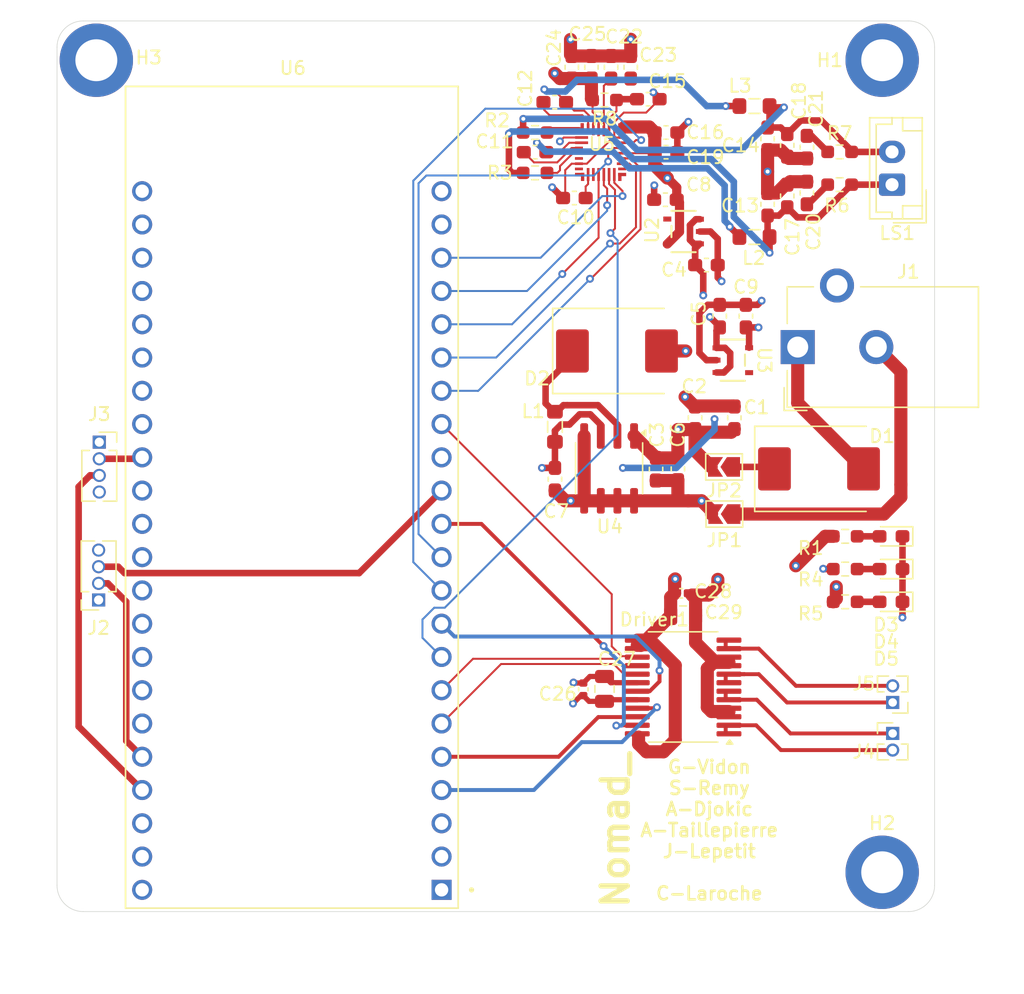
<source format=kicad_pcb>
(kicad_pcb (version 20241229) (generator "pcbnew") (generator_version "9.0")
  (layers (0 "F.Cu" signal) (4 "In1.Cu" signal) (6 "In2.Cu" signal) (2 "B.Cu" signal) (13 "F.Paste" user) (15 "B.Paste" user) (5 "F.SilkS" user "F.Silkscreen") (7 "B.SilkS" user "B.Silkscreen") (1 "F.Mask" user) (3 "B.Mask" user) (25 "Edge.Cuts" user))
  (net 0 "")
  (net 1 "12V")
  (net 2 "GND")
  (net 3 "5V")
  (net 4 "1.8V")
  (net 5 "3.3V")
  (net 6 "Net-(U5-DREG)")
  (net 7 "/OUT_P")
  (net 8 "Net-(U5-BST_P)")
  (net 9 "/OUT_N")
  (net 10 "Net-(U5-BST_N)")
  (net 11 "/VSNS_P")
  (net 12 "/VSNS_N")
  (net 13 "Net-(U5-PVDD_SNS)")
  (net 14 "Net-(C20-Pad1)")
  (net 15 "Net-(C21-Pad1)")
  (net 16 "Net-(U5-VBAT1S)")
  (net 17 "Net-(D1-A)")
  (net 18 "Net-(D2-K)")
  (net 19 "Net-(D3-A)")
  (net 20 "Net-(D4-A)")
  (net 21 "Net-(D5-A)")
  (net 22 "Net-(U5-VSNSN)")
  (net 23 "Net-(U5-VSNSP)")
  (net 25 "SDZ")
  (net 26 "SDIN")
  (net 27 "AIN1")
  (net 28 "STBY")
  (net 29 "SCL")
  (net 30 "PWMB")
  (net 31 "BO2")
  (net 33 "SDA")
  (net 34 "AIN2")
  (net 35 "IRQZ")
  (net 36 "AO2")
  (net 37 "SBCLK")
  (net 38 "FSYNC")
  (net 39 "SDOUT")
  (net 40 "AO1")
  (net 41 "BO1")
  (net 42 "BIN1")
  (net 51 "PWMA")
  (net 52 "BIN2")
  (net 53 "Echo_cap_2")
  (net 54 "Trig_cap_2")
  (net 55 "Trig_cap_1")
  (net 56 "Echo_cap_1")
  (net 75 "Net-(D1-K)")
  (net 76 "Net-(JP1-A)")
  (footprint "footprints:SSOP5_ROM-L" (layer "F.Cu") (at 120.83665 54.07895 180)
    (property "Reference" "U2")
    (property "Value" "BU18SD5WG-TL")
  )
  (footprint "Capacitor_SMD:C_0603_1608Metric_Pad1.08x0.95mm_HandSolder" (layer "F.Cu") (at 115.3 41.537499 90)
    (property "Reference" "C22")
    (property "Value" "1u")
  )
  (footprint "Capacitor_SMD:C_0603_1608Metric_Pad1.08x0.95mm_HandSolder" (layer "F.Cu") (at 128.75 51.3625 90)
    (property "Reference" "C17")
    (property "Value" "1nf")
  )
  (footprint "Capacitor_SMD:C_0603_1608Metric_Pad1.08x0.95mm_HandSolder" (layer "F.Cu") (at 128.75 47.5 -90)
    (property "Reference" "C18")
    (property "Value" "1nf")
  )
  (footprint "Connector_JST:JST_EH_B2B-EH-A_1x02_P2.50mm_Vertical" (layer "F.Cu") (at 136.75 50.5 90)
    (property "Reference" "LS1")
    (property "Value" "Speaker")
  )
  (footprint "footprints:XCVR_ESP32-S3-DEVKITC-1-N8R2" (layer "F.Cu") (at 90.93 74.37 180)
    (property "Reference" "U6")
    (property "Value" "ESP32-S3-DEVKITC-1-N8R2")
  )
  (footprint "LED_SMD:LED_0603_1608Metric_Pad1.05x0.95mm_HandSolder" (layer "F.Cu") (at 136.674999 82.35 180)
    (property "Reference" "D5")
    (property "Value" "LED_Small")
  )
  (footprint "MountingHole:MountingHole_3.2mm_M3_DIN965_Pad" (layer "F.Cu") (at 136 41 180)
    (property "Reference" "H1")
    (property "Value" "MountingHole_Pad")
  )
  (footprint "Capacitor_SMD:C_0603_1608Metric_Pad1.08x0.95mm_HandSolder" (layer "F.Cu") (at 130.249999 51.1375 90)
    (property "Reference" "C20")
    (property "Value" "10nf")
  )
  (footprint "Capacitor_SMD:C_0603_1608Metric_Pad1.08x0.95mm_HandSolder" (layer "F.Cu") (at 109.496808 48.0202)
    (property "Reference" "C11")
    (property "Value" "0.1u")
  )
  (footprint "Package_SO:SSOP-24_5.3x8.2mm_P0.65mm" (layer "F.Cu") (at 120.8 88.85 180)
    (property "Reference" "Driver1")
    (property "Value" "TB6612FNG")
  )
  (footprint "Resistor_SMD:R_0603_1608Metric_Pad0.98x0.95mm_HandSolder" (layer "F.Cu") (at 132.75 50.5)
    (property "Reference" "R6")
    (property "Value" "3.3")
  )
  (footprint "Capacitor_SMD:C_0603_1608Metric_Pad1.08x0.95mm_HandSolder" (layer "F.Cu") (at 124.7125 68.3 90)
    (property "Reference" "C1")
    (property "Value" "100n")
  )
  (footprint "Capacitor_SMD:C_0603_1608Metric_Pad1.08x0.95mm_HandSolder" (layer "F.Cu") (at 111.015 72.9875 -90)
    (property "Reference" "C7")
    (property "Value" "180u")
  )
  (footprint "Capacitor_SMD:C_0603_1608Metric_Pad1.08x0.95mm_HandSolder" (layer "F.Cu") (at 118.735 72.225 -90)
    (property "Reference" "C3")
    (property "Value" "470u")
  )
  (footprint "MountingHole:MountingHole_3.2mm_M3_DIN965_Pad" (layer "F.Cu") (at 136 103)
    (property "Reference" "H2")
    (property "Value" "MountingHole_Pad")
  )
  (footprint "Capacitor_SMD:C_0603_1608Metric_Pad1.08x0.95mm_HandSolder" (layer "F.Cu") (at 111 44.2)
    (property "Reference" "C12")
    (property "Value" "0.1u")
  )
  (footprint "Capacitor_SMD:C_0603_1608Metric_Pad1.08x0.95mm_HandSolder" (layer "F.Cu") (at 121.7125 68.3 90)
    (property "Reference" "C2")
    (property "Value" "100u")
  )
  (footprint "LED_SMD:LED_0603_1608Metric_Pad1.05x0.95mm_HandSolder" (layer "F.Cu") (at 136.674999 77.35 180)
    (property "Reference" "D3")
    (property "Value" "LED_Small")
  )
  (footprint "Package_SO:SOIC-8_3.9x4.9mm_P1.27mm" (layer "F.Cu") (at 115.15 72.162501 -90)
    (property "Reference" "U4")
    (property "Value" "XL1509-5.0")
  )
  (footprint "footprints:SSOP5_ROM-L" (layer "F.Cu") (at 124.5946 63.9)
    (property "Reference" "U3")
    (property "Value" "BU33SD5WG-TR")
  )
  (footprint "Capacitor_SMD:C_0603_1608Metric_Pad1.08x0.95mm_HandSolder" (layer "F.Cu") (at 113.8 41.537499 90)
    (property "Reference" "C25")
    (property "Value" "0.1u")
  )
  (footprint "Inductor_SMD:L_0805_2012Metric_Pad1.05x1.20mm_HandSolder" (layer "F.Cu") (at 126.25 44.5)
    (property "Reference" "L3")
    (property "Value" "10u")
  )
  (footprint "Capacitor_SMD:C_0603_1608Metric_Pad1.08x0.95mm_HandSolder" (layer "F.Cu") (at 127.25 47 90)
    (property "Reference" "C14")
    (property "Value" "680n")
  )
  (footprint "Diode_SMD:D_SMC" (layer "F.Cu") (at 115.75 63.2)
    (property "Reference" "D2")
    (property "Value" "MBRS320")
  )
  (footprint "Connector_PinSocket_1.27mm:PinSocket_1x04_P1.27mm_Vertical" (layer "F.Cu") (at 76.225 70.16)
    (property "Reference" "J3")
    (property "Value" "Conn_01x04_Socket")
  )
  (footprint "Capacitor_SMD:C_0603_1608Metric_Pad1.08x0.95mm_HandSolder" (layer "F.Cu") (at 119.496808 46.5202)
    (property "Reference" "C16")
    (property "Value" "1u")
  )
  (footprint "Capacitor_SMD:C_0603_1608Metric_Pad1.08x0.95mm_HandSolder" (layer "F.Cu") (at 119.496808 48.0202)
    (property "Reference" "C19")
    (property "Value" "4.7u")
  )
  (footprint "Resistor_SMD:R_0603_1608Metric_Pad0.98x0.95mm_HandSolder" (layer "F.Cu") (at 109.496808 49.6 180)
    (property "Reference" "R3")
    (property "Value" "1k")
  )
  (footprint "Capacitor_SMD:C_0603_1608Metric_Pad1.08x0.95mm_HandSolder" (layer "F.Cu") (at 112.496808 51.5202 180)
    (property "Reference" "C10")
    (property "Value" "1u")
  )
  (footprint "Resistor_SMD:R_0603_1608Metric_Pad0.98x0.95mm_HandSolder" (layer "F.Cu") (at 133.174999 82.35)
    (property "Reference" "R5")
    (property "Value" "82")
  )
  (footprint "MountingHole:MountingHole_3.2mm_M3_DIN965_Pad" (layer "F.Cu") (at 76 41)
    (property "Reference" "H3")
    (property "Value" "MountingHole_Pad")
  )
  (footprint "Connector_PinSocket_1.27mm:PinSocket_1x04_P1.27mm_Vertical" (layer "F.Cu") (at 76.175 82.21 180)
    (property "Reference" "J2")
    (property "Value" "Conn_01x04_Socket")
  )
  (footprint "Connector_PinHeader_1.27mm:PinHeader_1x02_P1.27mm_Vertical" (layer "F.Cu") (at 136.8 92.4)
    (property "Reference" "J5")
    (property "Value" "Conn_01x02_Socket")
  )
  (footprint "Resistor_SMD:R_0603_1608Metric_Pad0.98x0.95mm_HandSolder" (layer "F.Cu") (at 133.174999 77.35)
    (property "Reference" "R1")
    (property "Value" "470")
  )
  (footprint "Capacitor_SMD:C_0603_1608Metric_Pad1.08x0.95mm_HandSolder" (layer "F.Cu") (at 112.3 41.537499 90)
    (property "Reference" "C24")
    (property "Value" "22u")
  )
  (footprint "Capacitor_SMD:C_0402_1005Metric" (layer "F.Cu") (at 113.18125 89.029999 90)
    (property "Reference" "C26")
    (property "Value" "100n")
  )
  (footprint "Inductor_SMD:L_0805_2012Metric_Pad1.05x1.20mm_HandSolder" (layer "F.Cu") (at 126.25 54.5)
    (property "Reference" "L2")
    (property "Value" "10u")
  )
  (footprint "Capacitor_SMD:C_0603_1608Metric_Pad1.08x0.95mm_HandSolder" (layer "F.Cu") (at 123.5946 60.537499 90)
    (property "Reference" "C5")
    (property "Value" "1u")
  )
  (footprint "Connector_PinHeader_1.27mm:PinHeader_1x02_P1.27mm_Vertical" (layer "F.Cu") (at 136.8 90.035 180)
    (property "Reference" "J4")
    (property "Value" "Conn_01x02_Socket")
  )
  (footprint "Capacitor_SMD:C_0603_1608Metric_Pad1.08x0.95mm_HandSolder" (layer "F.Cu") (at 118.140691 43.975)
    (property "Reference" "C15")
    (property "Value" "3.3n")
  )
  (footprint "Resistor_SMD:R_0603_1608Metric_Pad0.98x0.95mm_HandSolder" (layer "F.Cu") (at 114.8 44.037499 180)
    (property "Reference" "R8")
    (property "Value" "2.2k")
  )
  (footprint "Jumper:SolderJumper-2_P1.3mm_Open_TrianglePad1.0x1.5mm" (layer "F.Cu") (at 123.95 75.65 180)
    (property "Reference" "JP1")
    (property "Value" "SolderJumper_2_Open")
  )
  (footprint "footprints:VQFN-HR_RYA_TEX" (layer "F.Cu") (at 114.496808 48.0202)
    (property "Reference" "U5")
    (property "Value" "PTAS2780RYAR")
  )
  (footprint "Capacitor_SMD:C_0603_1608Metric_Pad1.08x0.95mm_HandSolder" (layer "F.Cu") (at 122.58125 56.63915)
    (property "Reference" "C4")
    (property "Value" "1u")
  )
  (footprint "Jumper:SolderJumper-2_P1.3mm_Open_TrianglePad1.0x1.5mm" (layer "F.Cu") (at 123.925001 72.05 180)
    (property "Reference" "JP2")
    (property "Value" "SolderJumper_2_Open")
  )
  (footprint "Capacitor_SMD:C_0603_1608Metric_Pad1.08x0.95mm_HandSolder" (layer "F.Cu") (at 125.5946 60.537499 90)
    (property "Reference" "C9")
    (property "Value" "1u")
  )
  (footprint "Inductor_SMD:L_0805_2012Metric_Pad1.05x1.20mm_HandSolder" (layer "F.Cu") (at 111.015 68.987501 -90)
    (property "Reference" "L1")
    (property "Value" "68u")
  )
  (footprint "Capacitor_SMD:C_0402_1005Metric" (layer "F.Cu") (at 120.65 81.7)
    (property "Reference" "C28")
    (property "Value" "100n")
  )
  (footprint "Capacitor_SMD:C_0603_1608Metric_Pad1.08x0.95mm_HandSolder" (layer "F.Cu") (at 120.4 72.2 -90)
    (property "Reference" "C6")
    (property "Value" "105n")
  )
  (footprint "Resistor_SMD:R_0603_1608Metric_Pad0.98x0.95mm_HandSolder" (layer "F.Cu") (at 109.496808 46.5202)
    (property "Reference" "R2")
    (property "Value" "1k")
  )
  (footprint "Capacitor_SMD:C_0603_1608Metric_Pad1.08x0.95mm_HandSolder" (layer "F.Cu") (at 119.45 51.65 180)
    (property "Reference" "C8")
    (property "Value" "1u")
  )
  (footprint "Resistor_SMD:R_0603_1608Metric_Pad0.98x0.95mm_HandSolder" (layer "F.Cu") (at 133.174999 79.85)
    (property "Reference" "R4")
    (property "Value" "120")
  )
  (footprint "Capacitor_SMD:C_0603_1608Metric_Pad1.08x0.95mm_HandSolder" (layer "F.Cu") (at 127.25 52 -90)
    (property "Reference" "C13")
    (property "Value" "680n")
  )
  (footprint "Capacitor_SMD:C_0805_2012Metric" (layer "F.Cu") (at 120.8 83.4)
    (property "Reference" "C29")
    (property "Value" "10u")
  )
  (footprint "Diode_SMD:D_SMC" (layer "F.Cu") (at 131.175001 72.2)
    (property "Reference" "D1")
    (property "Value" "MBRS320")
  )
  (footprint "Capacitor_SMD:C_0603_1608Metric_Pad1.08x0.95mm_HandSolder" (layer "F.Cu") (at 130.25 47.637499 -90)
    (property "Reference" "C21")
    (property "Value" "10nf")
  )
  (footprint "Capacitor_SMD:C_0805_2012Metric" (layer "F.Cu") (at 114.8 89 90)
    (property "Reference" "C27")
    (property "Value" "10u" (hide yes))
  )
  (footprint "Resistor_SMD:R_0603_1608Metric_Pad0.98x0.95mm_HandSolder" (layer "F.Cu") (at 132.75 48)
    (property "Reference" "R7")
    (property "Value" "3.3")
  )
  (footprint "LED_SMD:LED_0603_1608Metric_Pad1.05x0.95mm_HandSolder" (layer "F.Cu") (at 136.674999 79.85 180)
    (property "Reference" "D4")
    (property "Value" "LED_Small")
  )
  (footprint "Connector_BarrelJack:BarrelJack_CUI_PJ-102AH_Horizontal" (layer "F.Cu") (at 129.55 62.9 90)
    (property "Reference" "J1")
    (property "Value" "Barrel_Jack")
  )
  (footprint "Capacitor_SMD:C_0603_1608Metric_Pad1.08x0.95mm_HandSolder" (layer "F.Cu") (at 116.8 41.537499 90)
    (property "Reference" "C23")
    (property "Value" "0.1u")
  )
  (gr_arc (start 73 40) (mid 73.585786 38.585786) (end 75 38) (stroke (width 0.05)) (layer "Edge.Cuts"))
  (gr_line (start 73 40) (end 73 104) (stroke (width 0.05)) (layer "Edge.Cuts"))
  (gr_line (start 140 104) (end 140 40) (stroke (width 0.05)) (layer "Edge.Cuts"))
  (gr_line (start 75 106) (end 138 106) (stroke (width 0.05)) (layer "Edge.Cuts"))
  (gr_arc (start 75 106) (mid 73.585786 105.414214) (end 73 104) (stroke (width 0.05)) (layer "Edge.Cuts"))
  (gr_line (start 138 38) (end 75 38) (stroke (width 0.05)) (layer "Edge.Cuts"))
  (gr_arc (start 140 104) (mid 139.414214 105.414214) (end 138 106) (stroke (width 0.05)) (layer "Edge.Cuts"))
  (gr_arc (start 138 38) (mid 139.414214 38.585786) (end 140 40) (stroke (width 0.05)) (layer "Edge.Cuts"))
  (gr_text "G-Vidon\nS-Remy\nA-Djokic\nA-Taillepierre\nJ-Lepetit\n\nC-Laroche\n" (at 122.8 105.2 0) (layer "F.SilkS") (effects (font (size 1 1) (thickness 0.2) (bold yes)) (justify bottom)))
  (gr_text "Nomad_" (at 116.8 99.8 90) (layer "F.SilkS") (effects (font (size 2 2) (thickness 0.4) (bold yes)) (justify bottom)))
  (segment (start 120.2 80.6) (end 120.149 80.651) (width 1) (layer "F.Cu") (net 1))
  (segment (start 119.85 81.999) (end 120.149 81.7) (width 1) (layer "F.Cu") (net 1))
  (segment (start 121.7125 69.162501) (end 121.7125 70.818403) (width 1) (layer "F.Cu") (net 1))
  (segment (start 117.4 93.2) (end 117.4 92.676) (width 1) (layer "F.Cu") (net 1))
  (segment (start 132.262499 77.35) (end 131.65 77.35) (width 1) (layer "F.Cu") (net 1))
  (segment (start 119.85 83.4) (end 117.576 85.674) (width 1) (layer "F.Cu") (net 1))
  (segment (start 124.7125 69.242501) (end 124.7125 69.162501) (width 0.5) (layer "F.Cu") (net 1))
  (segment (start 117.060002 69.687501) (end 118.735 71.362499) (width 1) (layer "F.Cu") (net 1))
  (segment (start 119.3 93.8) (end 118 93.8) (width 1) (layer "F.Cu") (net 1))
  (segment (start 124.4725 69.162501) (end 124.7125 69.162501) (width 0.5) (layer "F.Cu") (net 1))
  (segment (start 117.576 85.674) (end 117.3 85.674) (width 1) (layer "F.Cu") (net 1))
  (segment (start 124.474001 69.401) (end 124.7125 69.162501) (width 1) (layer "F.Cu") (net 1))
  (segment (start 111.4 42.4) (end 111 42) (width 1) (layer "F.Cu") (net 1))
  (segment (start 114.346808 45.414027) (end 113.8875 44.954719) (width 0.15) (layer "F.Cu") (net 1))
  (segment (start 120.2 87.2) (end 120.2 92.9) (width 1) (layer "F.Cu") (net 1))
  (segment (start 117.3 85.275) (end 118.275 85.275) (width 1) (layer "F.Cu") (net 1))
  (segment (start 118.275 85.275) (end 120.2 87.2) (width 1) (layer "F.Cu") (net 1))
  (segment (start 117.055 69.687501) (end 117.060002 69.687501) (width 1) (layer "F.Cu") (net 1))
  (segment (start 112.3 42.4) (end 113.8 42.4) (width 1) (layer "F.Cu") (net 1))
  (segment (start 120.375 71.362499) (end 120.4 71.337499) (width 1) (layer "F.Cu") (net 1))
  (segment (start 118.735 71.362499) (end 120.375 71.362499) (width 1) (layer "F.Cu") (net 1))
  (segment (start 121.675001 69.2) (end 121.7125 69.162501) (width 1) (layer "F.Cu") (net 1))
  (segment (start 131.65 77.35) (end 129.4 79.6) (width 1) (layer "F.Cu") (net 1))
  (segment (start 120.4 69.2) (end 121.675001 69.2) (width 1) (layer "F.Cu") (net 1))
  (segment (start 113.8 42.4) (end 113.8 43.949999) (width 1) (layer "F.Cu") (net 1))
  (segment (start 113.8875 44.954719) (end 113.8875 44.037499) (width 0.15) (layer "F.Cu") (net 1))
  (segment (start 119.85 83.4) (end 119.85 81.999) (width 1) (layer "F.Cu") (net 1))
  (segment (start 114.346808 46.3107) (end 114.346808 45.414027) (width 0.15) (layer "F.Cu") (net 1))
  (segment (start 113.8 43.949999) (end 113.8875 44.037499) (width 1) (layer "F.Cu") (net 1))
  (segment (start 121.7125 69.162501) (end 121.950999 69.401) (width 1) (layer "F.Cu") (net 1))
  (segment (start 120.2 92.9) (end 119.3 93.8) (width 1) (layer "F.Cu") (net 1))
  (segment (start 120.4 71.337499) (end 120.4 69.2) (width 1) (layer "F.Cu") (net 1))
  (segment (start 121.7125 70.818403) (end 122.944097 72.05) (width 1) (layer "F.Cu") (net 1))
  (segment (start 121.950999 69.401) (end 124.474001 69.401) (width 1) (layer "F.Cu") (net 1))
  (segment (start 112.3 42.4) (end 111.4 42.4) (width 1) (layer "F.Cu") (net 1))
  (segment (start 120.149 80.651) (end 120.149 81.7) (width 1) (layer "F.Cu") (net 1))
  (segment (start 118 93.8) (end 117.4 93.2) (width 1) (layer "F.Cu") (net 1))
  (via (at 111 42) (size 0.6) (drill 0.3) (layers "F.Cu" "B.Cu") (net 1))
  (via (at 120.4 69.2) (size 0.6) (drill 0.3) (layers "F.Cu" "B.Cu") (net 1))
  (via (at 129.4 79.6) (size 0.6) (drill 0.3) (layers "F.Cu" "B.Cu") (net 1))
  (via (at 120.2 80.6) (size 0.6) (drill 0.3) (layers "F.Cu" "B.Cu") (net 1))
  (segment (start 113.681248 88.050001) (end 114.68125 88.050001) (width 0.3) (layer "F.Cu") (net 2))
  (segment (start 121.2 45.7) (end 121.179508 45.7) (width 0.5) (layer "F.Cu") (net 2))
  (segment (start 123.263442 86.974) (end 123.115442 86.974) (width 1) (layer "F.Cu") (net 2))
  (segment (start 115.546808 45.720293) (end 115.546808 46.1202) (width 0.15) (layer "F.Cu") (net 2))
  (segment (start 110.8 50.7) (end 111.6 51.5) (width 0.5) (layer "F.Cu") (net 2))
  (segment (start 123.219096 75.644095) (end 123.219096 75.65) (width 0.5) (layer "F.Cu") (net 2))
  (segment (start 112.468749 88.549999) (end 112.43125 88.5125) (width 0.4) (layer "F.Cu") (net 2))
  (segment (start 111.634307 51.5202) (end 111.5202 51.5202) (width 0.5) (layer "F.Cu") (net 2))
  (segment (start 111.8 51.354507) (end 111.634307 51.5202) (width 0.15) (layer "F.Cu") (net 2))
  (segment (start 121.2 74.637501) (end 122.212502 74.637501) (width 1) (layer "F.Cu") (net 2))
  (segment (start 120.315 74.500002) (end 120.477501 74.500003) (width 0.5) (layer "F.Cu") (net 2))
  (segment (start 120.375 73.087501) (end 120.4 73.062501) (width 1) (layer "F.Cu") (net 2))
  (segment (start 122.747471 81.836) (end 123.450999 81.132472) (width 1) (layer "F.Cu") (net 2))
  (segment (start 113.446807 48.900001) (end 115.546808 46.8) (width 0.15) (layer "F.Cu") (net 2))
  (segment (start 127.25 47.862501) (end 128.25 47.862501) (width 1) (layer "F.Cu") (net 2))
  (segment (start 123.443751 56.63915) (end 123.443751 57.586051) (width 0.5) (layer "F.Cu") (net 2))
  (segment (start 128.75 50.499999) (end 128.603682 50.499999) (width 1) (layer "F.Cu") (net 2))
  (segment (start 113.245 69.687501) (end 113.245 74.637502) (width 0.5) (layer "F.Cu") (net 2))
  (segment (start 111.802499 74.637501) (end 111.015 73.850002) (width 0.5) (layer "F.Cu") (net 2))
  (segment (start 128.25 47.862501) (end 128.75 48.362501) (width 1) (layer "F.Cu") (net 2))
  (segment (start 113.282502 74.6) (end 113.245 74.637502) (width 0.5) (layer "F.Cu") (net 2))
  (segment (start 113.245 74.637501) (end 111.8025 74.637501) (width 1) (layer "F.Cu") (net 2))
  (segment (start 113.245 74.637502) (end 112.215 74.637502) (width 0.5) (layer "F.Cu") (net 2))
  (segment (start 130.249999 50.274999) (end 128.975 50.274999) (width 1) (layer "F.Cu") (net 2))
  (segment (start 118.525 43.45) (end 119.003192 43.928192) (width 0.5) (layer "F.Cu") (net 2))
  (segment (start 121.750999 67.399) (end 121.7125 67.437499) (width 1) (layer "F.Cu") (net 2))
  (segment (start 128.975 50.274999) (end 128.75 50.499999) (width 1) (layer "F.Cu") (net 2))
  (segment (start 123.5946 59.674998) (end 122.679802 59.674998) (width 0.5) (layer "F.Cu") (net 2))
  (segment (start 115.546808 46.1202) (end 115.546808 46.8) (width 0.15) (layer "F.Cu") (net 2))
  (segment (start 112.846799 48.900001) (end 112.288398 48.900001) (width 0.15) (layer "F.Cu") (net 2))
  (segment (start 125.594599 59.674998) (end 123.5946 59.674998) (width 0.5) (layer "F.Cu") (net 2))
  (segment (start 115.546808 46.8) (end 115.646808 46.9) (width 0.15) (layer "F.Cu") (net 2))
  (segment (start 124.7125 67.437499) (end 124.674001 67.399) (width 1) (layer "F.Cu") (net 2))
  (segment (start 116.267101 45) (end 117.978192 45) (width 0.15) (layer "F.Cu") (net 2))
  (segment (start 122.969096 75.394095) (end 122.969096 75.65) (width 1) (layer "F.Cu") (net 2))
  (segment (start 137.549998 82.349999) (end 137.549998 77.350001) (width 0.5) (layer "F.Cu") (net 2))
  (segment (start 115.274999 88.525) (end 114.8 88.050001) (width 0.4) (layer "F.Cu") (net 2))
  (segment (start 118.587499 51.65) (end 118.587499 50.562501) (width 0.5) (layer "F.Cu") (net 2))
  (segment (start 130.25 48.5) (end 128.887499 48.5) (width 1) (layer "F.Cu") (net 2))
  (segment (start 112.203192 39.417299) (end 112.203192 40.57819) (width 1) (layer "F.Cu") (net 2))
  (segment (start 126.479802 59.674998) (end 126.7946 59.360201) (width 0.5) (layer "F.Cu") (net 2))
  (segment (start 114.8 88.050001) (end 113.681248 88.050001) (width 0.4) (layer "F.Cu") (net 2))
  (segment (start 119.003192 43.928192) (end 119.003192 43.975) (width 0.5) (layer "F.Cu") (net 2))
  (segment (start 122.649 90.407558) (end 122.967442 90.726) (width 1) (layer "F.Cu") (net 2))
  (segment (start 122.594601 63.9) (end 123.35 63.9) (width 0.5) (layer "F.Cu") (net 2))
  (segment (start 120.359308 46.5202) (end 120.359309 48.0202) (width 0.5) (layer "F.Cu") (net 2))
  (segment (start 127.25 51.137499) (end 127.25 49.5) (width 1) (layer "F.Cu") (net 2))
  (segment (start 121.687499 67.437499) (end 120.95 66.7) (width 1) (layer "F.Cu") (net 2))
  (segment (start 111.8 49.388399) (end 111.8 51.354507) (width 0.15) (layer "F.Cu") (net 2))
  (segment (start 128.603682 50.499999) (end 127.966182 51.137499) (width 1) (layer "F.Cu") (net 2))
  (segment (start 112.3 40.674998) (end 116.8 40.674998) (width 1) (layer "F.Cu") (net 2))
  (segment (start 121.75 83.4) (end 121.75 85.460558) (width 1) (layer "F.Cu") (net 2))
  (segment (start 122.967442 90.726) (end 124.3 90.726) (width 1) (layer "F.Cu") (net 2))
  (segment (start 121.179508 45.7) (end 120.359309 46.520199) (width 0.5) (layer "F.Cu") (net 2))
  (segment (start 122.886051 54.07895) (end 122.08125 54.07895) (width 0.5) (layer "F.Cu") (net 2))
  (segment (start 115.646808 46.9) (end 116.146818 46.9) (width 0.15) (layer "F.Cu") (net 2))
  (segment (start 121.2 74.637501) (end 117.055 74.637501) (width 1) (layer "F.Cu") (net 2))
  (segment (start 117.3 88.525) (end 115.274999 88.525) (width 0.4) (layer "F.Cu") (net 2))
  (segment (start 116.8 40.674998) (end 116.8 39.4) (width 1) (layer "F.Cu") (net 2))
  (segment (start 121.75 82.100001) (end 121.485999 81.836) (width 1) (layer "F.Cu") (net 2))
  (segment (start 125.594599 59.674998) (end 126.479802 59.674998) (width 0.5) (layer "F.Cu") (net 2))
  (segment (start 121.75 83.4) (end 121.75 82.100001) (width 1) (layer "F.Cu") (net 2))
  (segment (start 114.68125 88.050001) (end 114.906249 88.275) (width 0.3) (layer "F.Cu") (net 2))
  (segment (start 112.846799 48.900001) (end 113.446807 48.900001) (width 0.15) (layer "F.Cu") (net 2))
  (segment (start 112.288398 48.900001) (end 111.8 49.388399) (width 0.15) (layer "F.Cu") (net 2))
  (segment (start 113.05 46.9) (end 111.686826 46.9) (width 0.15) (layer "F.Cu") (net 2))
  (segment (start 137.549998 82.349999) (end 137.549998 83.543751) (width 0.5) (layer "F.Cu") (net 2))
  (segment (start 122.074003 74.637501) (end 121.936504 74.500002) (width 0.5) (layer "F.Cu") (net 2))
  (segment (start 111.6 51.5) (end 111.614107 51.5) (width 0.5) (layer "F.Cu") (net 2))
  (segment (start 123.450999 81.132472) (end 123.450999 80.635001) (width 1) (layer "F.Cu") (net 2))
  (segment (start 121.7125 67.437499) (end 121.687499 67.437499) (width 1) (layer "F.Cu") (net 2))
  (segment (start 122.047301 63.3527) (end 122.594601 63.9) (width 0.5) (layer "F.Cu") (net 2))
  (segment (start 123.443751 54.636651) (end 122.886051 54.07895) (width 0.5) (layer "F.Cu") (net 2))
  (segment (start 117.978192 45) (end 119.003192 43.975) (width 0.15) (layer "F.Cu") (net 2))
  (segment (start 111.614107 51.5) (end 111.634307 51.5202) (width 0.5) (layer "F.Cu") (net 2))
  (segment (start 119.15 63.2) (end 121 63.2) (width 1) (layer "F.Cu") (net 2))
  (segment (start 128.887499 48.5) (end 128.75 48.362501) (width 1) (layer "F.Cu") (net 2))
  (segment (start 124.674001 67.399) (end 121.750999 67.399) (width 1) (layer "F.Cu") (net 2))
  (segment (start 113.245 74.637501) (end 113.245 69.687501) (width 1) (layer "F.Cu") (net 2))
  (segment (start 121.936504 74.500002) (end 120.315 74.500002) (width 0.5) (layer "F.Cu") (net 2))
  (segment (start 122.047301 60.307499) (end 122.047301 63.3527) (width 0.5) (layer "F.Cu") (net 2))
  (segment (start 120.4 74.415002) (end 120.215002 74.6) (width 1) (layer "F.Cu") (net 2))
  (segment (start 112.215 74.637502) (end 111.802499 74.637501) (width 0.5) (layer "F.Cu") (net 2))
  (segment (start 120.215002 74.6) (end 113.282502 74.6) (width 0.5) (layer "F.Cu") (net 2))
  (segment (start 112.203192 40.57819) (end 112.3 40.674998) (width 1) (layer "F.Cu") (net 2))
  (segment (start 118.587499 50.562501) (end 118.6 50.55) (width 0.5) (layer "F.Cu") (net 2))
  (segment (start 125.594599 59.674998) (end 125.5946 59.7602) (width 0.5) (layer "F.Cu") (net 2))
  (segment (start 127.966182 51.137499) (end 127.25 51.137499) (width 1) (layer "F.Cu") (net 2))
  (segment (start 123.263442 86.974) (end 124.3 86.974) (width 1) (layer "F.Cu") (net 2))
  (segment (start 122.679802 59.674998) (end 122.047301 60.307499) (width 0.5) (layer "F.Cu") (net 2))
  (segment (start 116.267101 45) (end 115.546808 45.720293) (width 0.15) (layer "F.Cu") (net 2))
  (segment (start 127.25 47.862501) (end 127.25 49.5) (width 1) (layer "F.Cu") (net 2))
  (segment (start 123.443751 56.63915) (end 123.443751 54.636651) (width 0.5) (layer "F.Cu") (net 2))
  (segment (start 122.649 87.440442) (end 122.649 90.407558) (width 1) (layer "F.Cu") (net 2))
  (segment (start 122.212502 74.637501) (end 123.219096 75.644095) (width 0.5) (layer "F.Cu") (net 2))
  (segment (start 123.443751 57.586051) (end 123.73665 57.87895) (width 0.5) (layer "F.Cu") (net 2))
  (segment (start 120.315 74.500002) (end 120.215002 74.6) (width 0.5) (layer "F.Cu") (net 2))
  (segment (start 117.055 74.637501) (end 113.245 74.637501) (width 1) (layer "F.Cu") (net 2))
  (segment (start 111.686826 46.9) (end 111.393413 47.193413) (width 0.15) (layer "F.Cu") (net 2))
  (segment (start 122.212502 74.637501) (end 122.969096 75.394095) (width 1) (layer "F.Cu") (net 2))
  (segment (start 121.75 85.460558) (end 123.263442 86.974) (width 1) (layer "F.Cu") (net 2))
  (segment (start 113.681248 88.050001) (end 113.18125 88.549999) (width 0.4) (layer "F.Cu") (net 2))
  (segment (start 123.115442 86.974) (end 122.649 87.440442) (width 1) (layer "F.Cu") (net 2))
  (segment (start 118.735 73.087501) (end 120.375 73.087501) (width 1) (layer "F.Cu") (net 2))
  (segment (start 137.549998 83.543751) (end 137.543749 83.55) (width 0.5) (layer "F.Cu") (net 2))
  (segment (start 112.41875 88.5125) (end 112.43125 88.5125) (width 0.3) (layer "F.Cu") (net 2))
  (segment (start 120.4 73.062501) (end 120.4 74.415002) (width 1) (layer "F.Cu") (net 2))
  (segment (start 111.8025 74.637501) (end 111.015 73.850001) (width 1) (layer "F.Cu") (net 2))
  (segment (start 113.18125 88.549999) (end 112.468749 88.549999) (width 0.4) (layer "F.Cu") (net 2))
  (segment (start 121.485999 81.836) (end 122.747471 81.836) (width 1) (layer "F.Cu") (net 2))
  (via (at 123.73665 57.87895) (size 0.6) (drill 0.3) (layers "F.Cu" "B.Cu") (net 2))
  (via (at 118.525 43.45) (size 0.6) (drill 0.3) (layers "F.Cu" "B.Cu") (net 2))
  (via (at 111.393413 47.193413) (size 0.6) (drill 0.3) (layers "F.Cu" "B.Cu") (net 2))
  (via (at 118.6 50.55) (size 0.6) (drill 0.3) (layers "F.Cu" "B.Cu") (net 2))
  (via (at 122.212502 74.637501) (size 0.6) (drill 0.3) (layers "F.Cu" "B.Cu") (net 2))
  (via (at 110.8 50.7) (size 0.6) (drill 0.3) (layers "F.Cu" "B.Cu") (net 2))
  (via (at 127.25 49.5) (size 0.6) (drill 0.3) (layers "F.Cu" "B.Cu") (net 2))
  (via (at 123.450999 80.635001) (size 0.6) (drill 0.3) (layers "F.Cu" "B.Cu") (net 2))
  (via (at 137.543749 83.55) (size 0.6) (drill 0.3) (layers "F.Cu" "B.Cu") (net 2))
  (via (at 112.43125 88.5125) (size 0.6) (drill 0.3) (layers "F.Cu" "B.Cu") (net 2))
  (via (at 121.2 45.7) (size 0.6) (drill 0.3) (layers "F.Cu" "B.Cu") (net 2))
  (via (at 112.215 74.637502) (size 0.6) (drill 0.3) (layers "F.Cu" "B.Cu") (net 2))
  (via (at 112.203192 39.417299) (size 0.6) (drill 0.3) (layers "F.Cu" "B.Cu") (net 2))
  (via (at 116.8 39.4) (size 0.6) (drill 0.3) (layers "F.Cu" "B.Cu") (net 2))
  (via (at 121 63.2) (size 0.6) (drill 0.3) (layers "F.Cu" "B.Cu") (net 2))
  (via (at 126.7946 59.360201) (size 0.6) (drill 0.3) (layers "F.Cu" "B.Cu") (net 2))
  (via (at 120.95 66.7) (size 0.6) (drill 0.3) (layers "F.Cu" "B.Cu") (net 2))
  (segment (start 124.3946 63.3602) (end 123.9946 62.9602) (width 0.5) (layer "F.Cu") (net 3))
  (segment (start 121.32545 54.72045) (end 121.32545 53.59015) (width 0.5) (layer "F.Cu") (net 3))
  (segment (start 123.35 64.8398) (end 123.915 64.8398) (width 0.5) (layer "F.Cu") (net 3))
  (segment (start 122.08125 55.01875) (end 121.62375 55.01875) (width 0.5) (layer "F.Cu") (net 3))
  (segment (start 121.718749 56.661049) (end 121.718749 56.63915) (width 0.5) (layer "F.Cu") (net 3))
  (segment (start 111.015 72.125) (end 111.015 70.137501) (width 0.5) (layer "F.Cu") (net 3))
  (segment (start 114.515 68.837501) (end 113.715 68.037501) (width 0.5) (layer "F.Cu") (net 3))
  (segment (start 121.718749 56.63915) (end 121.718749 55.97895) (width 0.5) (layer "F.Cu") (net 3))
  (segment (start 123.915 64.8398) (end 124.3946 64.3602) (width 0.5) (layer "F.Cu") (net 3))
  (segment (start 122.85 60.6) (end 123.5946 61.3446) (width 0.5) (layer "F.Cu") (net 3))
  (segment (start 121.718749 55.113749) (end 121.718749 55.97895) (width 0.5) (layer "F.Cu") (net 3))
  (segment (start 114.515001 69.687501) (end 114.515 68.837501) (width 0.5) (layer "F.Cu") (net 3))
  (segment (start 123.9946 62.9602) (end 123.35 62.9602) (width 0.5) (layer "F.Cu") (net 3))
  (segment (start 122.33665 58.95395) (end 122.33665 57.27895) (width 0.5) (layer "F.Cu") (net 3))
  (segment (start 110.024999 72.124999) (end 110 72.1) (width 0.5) (layer "F.Cu") (net 3))
  (segment (start 123.35 61.644599) (end 123.5946 61.4) (width 0.5) (layer "F.Cu") (net 3))
  (segment (start 113.715 68.037501) (end 112.9 68.037501) (width 0.5) (layer "F.Cu") (net 3))
  (segment (start 121.718749 55.97895) (end 121.718749 55.381251) (width 0.5) (layer "F.Cu") (net 3))
  (segment (start 122.33665 57.27895) (end 121.718749 56.661049) (width 0.5) (layer "F.Cu") (net 3))
  (segment (start 112.124 68.813501) (end 112.9 68.037501) (width 0.5) (layer "F.Cu") (net 3))
  (segment (start 123.5946 61.3446) (end 123.5946 61.4) (width 0.5) (layer "F.Cu") (net 3))
  (segment (start 121.718749 55.381251) (end 122.08125 55.01875) (width 0.5) (layer "F.Cu") (net 3))
  (segment (start 111.486499 68.813501) (end 112.124 68.813501) (width 0.5) (layer "F.Cu") (net 3))
  (segment (start 111.486499 68.813501) (end 111.015 69.285) (width 0.5) (layer "F.Cu") (net 3))
  (segment (start 121.32545 53.59015) (end 121.77645 53.13915) (width 0.5) (layer "F.Cu") (net 3))
  (segment (start 123.35 62.9602) (end 123.35 61.644599) (width 0.5) (layer "F.Cu") (net 3))
  (segment (start 121.77645 53.13915) (end 122.08125 53.13915) (width 0.5) (layer "F.Cu") (net 3))
  (segment (start 111.015 69.285) (end 111.015 70.137501) (width 0.5) (layer "F.Cu") (net 3))
  (segment (start 124.3946 64.3602) (end 124.3946 63.3602) (width 0.5) (layer "F.Cu") (net 3))
  (segment (start 111.015 72.124999) (end 110.024999 72.124999) (width 0.5) (layer "F.Cu") (net 3))
  (segment (start 121.62375 55.01875) (end 121.32545 54.72045) (width 0.5) (layer "F.Cu") (net 3))
  (via (at 122.85 60.6) (size 0.6) (drill 0.3) (layers "F.Cu" "B.Cu") (net 3))
  (via (at 116.2 72.124999) (size 0.6) (drill 0.3) (layers "F.Cu" "B.Cu") (net 3))
  (via (at 122.33665 58.95395) (size 0.6) (drill 0.3) (layers "F.Cu" "B.Cu") (net 3))
  (via (at 123.2 68.4) (size 0.6) (drill 0.3) (layers "F.Cu" "B.Cu") (net 3))
  (via (at 110.024999 72.124999) (size 0.6) (drill 0.3) (layers "F.Cu" "B.Cu") (net 3))
  (segment (start 120.275001 72.124999) (end 116.2 72.124999) (width 0.5) (layer "B.Cu") (net 3))
  (segment (start 123.2 69.2) (end 120.275001 72.124999) (width 0.5) (layer "B.Cu") (net 3))
  (segment (start 123.2 68.4) (end 123.2 69.2) (width 0.5) (layer "B.Cu") (net 3))
  (segment (start 120.312501 51.65) (end 120.312501 50.712901) (width 0.7) (layer "F.Cu") (net 4))
  (segment (start 120.52445 54.09905) (end 120.52445 51.861949) (width 0.7) (layer "F.Cu") (net 4))
  (segment (start 132.494749 82.11775) (end 132.262499 82.35) (width 1) (layer "F.Cu") (net 4))
  (segment (start 118.211508 46.0974) (end 116.349408 46.0974) (width 1) (layer "F.Cu") (net 4))
  (segment (start 118.634307 49.034707) (end 119.6 50.0004) (width 1) (layer "F.Cu") (net 4))
  (segment (start 118.634308 46.5202) (end 118.634307 48.0202) (width 1) (layer "F.Cu") (net 4))
  (segment (start 120.52445 51.861949) (end 120.312501 51.65) (width 0.7) (layer "F.Cu") (net 4))
  (segment (start 118.634308 46.5202) (end 118.211508 46.0974) (width 1) (layer "F.Cu") (net 4))
  (segment (start 118.554506 48.100001) (end 118.634307 48.0202) (width 0.15) (layer "F.Cu") (net 4))
  (segment (start 132.494749 81.2) (end 132.494749 82.11775) (width 1) (layer "F.Cu") (net 4))
  (segment (start 118.634307 48.0202) (end 118.634307 49.034707) (width 1) (layer "F.Cu") (net 4))
  (segment (start 120.312501 50.712901) (end 119.6 50.0004) (width 0.7) (layer "F.Cu") (net 4))
  (segment (start 116.146817 48.100001) (end 118.554506 48.100001) (width 0.15) (layer "F.Cu") (net 4))
  (segment (start 119.59205 55.03145) (end 120.52445 54.09905) (width 0.7) (layer "F.Cu") (net 4))
  (via (at 119.6 50.0004) (size 0.6) (drill 0.3) (layers "F.Cu" "B.Cu") (net 4))
  (via (at 132.494749 81.2) (size 0.6) (drill 0.3) (layers "F.Cu" "B.Cu") (net 4))
  (segment (start 125.8392 61.6446) (end 125.5946 61.4) (width 0.5) (layer "F.Cu") (net 5))
  (segment (start 114.924999 89.825) (end 117.3 89.825) (width 0.4) (layer "F.Cu") (net 5))
  (segment (start 113.62125 89.949999) (end 113.18125 89.509999) (width 0.4) (layer "F.Cu") (net 5))
  (segment (start 125.8392 62.9475) (end 125.8392 61.6446) (width 0.5) (layer "F.Cu") (net 5))
  (segment (start 113.18125 89.509999) (end 112.996251 89.509999) (width 0.4) (layer "F.Cu") (net 5))
  (segment (start 131.518748 79.85) (end 132.262499 79.85) (width 0.5) (layer "F.Cu") (net 5))
  (segment (start 114.68125 89.949999) (end 115.018749 89.6125) (width 0.3) (layer "F.Cu") (net 5))
  (segment (start 114.8 89.949999) (end 114.924999 89.825) (width 0.4) (layer "F.Cu") (net 5))
  (segment (start 126.5548 61.4) (end 125.5946 61.4) (width 0.5) (layer "F.Cu") (net 5))
  (segment (start 114.68125 89.949999) (end 113.62125 89.949999) (width 0.3) (layer "F.Cu") (net 5))
  (segment (start 131.493749 79.825) (end 131.518748 79.85) (width 0.5) (layer "F.Cu") (net 5))
  (segment (start 112.996251 89.509999) (end 112.39375 90.1125) (width 0.4) (layer "F.Cu") (net 5))
  (segment (start 114.8 89.949999) (end 113.62125 89.949999) (width 0.4) (layer "F.Cu") (net 5))
  (via (at 126.5548 61.4) (size 0.6) (drill 0.3) (layers "F.Cu" "B.Cu") (net 5))
  (via (at 112.39375 90.1125) (size 0.6) (drill 0.3) (layers "F.Cu" "B.Cu") (net 5))
  (via (at 131.493749 79.825) (size 0.6) (drill 0.3) (layers "F.Cu" "B.Cu") (net 5))
  (segment (start 113.546807 50.453193) (end 113.359309 50.640691) (width 0.15) (layer "F.Cu") (net 6))
  (segment (start 113.359309 50.640691) (end 113.359309 51.5202) (width 0.15) (layer "F.Cu") (net 6))
  (segment (start 113.546807 49.725) (end 113.546807 50.453193) (width 0.15) (layer "F.Cu") (net 6))
  (segment (start 111.3798 48.0202) (end 110.359309 48.0202) (width 0.15) (layer "F.Cu") (net 7))
  (segment (start 109.639109 47.3) (end 110.359309 48.0202) (width 0.5) (layer "F.Cu") (net 7))
  (segment (start 124.3625 53.7125) (end 125.1 54.45) (width 0.5) (layer "F.Cu") (net 7))
  (segment (start 113.05 47.299999) (end 112.100001 47.299999) (width 0.15) (layer "F.Cu") (net 7))
  (segment (start 110.359309 48.0202) (end 110.2202 48.0202) (width 0.15) (layer "F.Cu") (net 7))
  (segment (start 112.100001 47.299999) (end 111.3798 48.0202) (width 0.15) (layer "F.Cu") (net 7))
  (via (at 109.639109 47.3) (size 0.6) (drill 0.3) (layers "F.Cu" "B.Cu") (net 7))
  (via (at 124.3625 53.7125) (size 0.6) (drill 0.3) (layers "F.Cu" "B.Cu") (net 7))
  (segment (start 110.317808 47.978699) (end 115.433304 47.978699) (width 0.5) (layer "B.Cu") (net 7))
  (segment (start 122.659036 49.2504) (end 123.972575 50.563939) (width 0.5) (layer "B.Cu") (net 7))
  (segment (start 124.35 53.629289) (end 124.35 53.7) (width 0.5) (layer "B.Cu") (net 7))
  (segment (start 115.433304 47.978699) (end 116.705005 49.2504) (width 0.5) (layer "B.Cu") (net 7))
  (segment (start 109.639109 47.3) (end 110.317808 47.978699) (width 0.5) (layer "B.Cu") (net 7))
  (segment (start 123.972575 53.251864) (end 124.35 53.629289) (width 0.5) (layer "B.Cu") (net 7))
  (segment (start 123.972575 50.563939) (end 123.972575 53.251864) (width 0.5) (layer "B.Cu") (net 7))
  (segment (start 124.35 53.7) (end 124.3625 53.7125) (width 0.5) (layer "B.Cu") (net 7))
  (segment (start 116.705005 49.2504) (end 122.659036 49.2504) (width 0.5) (layer "B.Cu") (net 7))
  (segment (start 112.288398 47.700002) (end 111.1884 48.8) (width 0.15) (layer "F.Cu") (net 8))
  (segment (start 111.1884 48.8) (end 109.414107 48.8) (width 0.15) (layer "F.Cu") (net 8))
  (segment (start 109.414107 48.8) (end 108.634307 48.0202) (width 0.15) (layer "F.Cu") (net 8))
  (segment (start 112.846799 47.700002) (end 112.288398 47.700002) (width 0.15) (layer "F.Cu") (net 8))
  (segment (start 112.486499 44.849) (end 112.486499 44.823998) (width 0.15) (layer "F.Cu") (net 9))
  (segment (start 112.486499 44.849) (end 112.237499 44.6) (width 0.15) (layer "F.Cu") (net 9))
  (segment (start 110.887501 43.225) (end 110.2 43.225) (width 0.15) (layer "F.Cu") (net 9))
  (segment (start 113.249 44.849) (end 112.486499 44.849) (width 0.15) (layer "F.Cu") (net 9))
  (segment (start 113.946809 45.546809) (end 113.249 44.849) (width 0.15) (layer "F.Cu") (net 9))
  (segment (start 113.946809 46.2726) (end 113.946809 45.546809) (width 0.15) (layer "F.Cu") (net 9))
  (segment (start 112.237499 44.6) (end 112.237499 44.037499) (width 0.15) (layer "F.Cu") (net 9))
  (segment (start 125.1 44.5) (end 124.05 44.5) (width 0.5) (layer "F.Cu") (net 9))
  (segment (start 111.862501 44.2) (end 110.887501 43.225) (width 0.15) (layer "F.Cu") (net 9))
  (segment (start 112.162501 44.037499) (end 112.237499 44.037499) (width 0.15) (layer "F.Cu") (net 9))
  (segment (start 112.486499 44.823998) (end 111.862501 44.2) (width 0.15) (layer "F.Cu") (net 9))
  (via (at 124.05 44.5) (size 0.6) (drill 0.3) (layers "F.Cu" "B.Cu") (net 9))
  (via (at 110.2 43.225) (size 0.6) (drill 0.3) (layers "F.Cu" "B.Cu") (net 9))
  (segment (start 120.6 42.5) (end 112.7 42.5) (width 0.5) (layer "B.Cu") (net 9))
  (segment (start 122.175 44.075) (end 120.6 42.5) (width 0.5) (layer "B.Cu") (net 9))
  (segment (start 111.811501 43.388499) (end 110.363499 43.388499) (width 0.5) (layer "B.Cu") (net 9))
  (segment (start 110.363499 43.388499) (end 110.2 43.225) (width 0.5) (layer "B.Cu") (net 9))
  (segment (start 112.7 42.5) (end 111.811501 43.388499) (width 0.5) (layer "B.Cu") (net 9))
  (segment (start 122.175 44.075) (end 122.6 44.5) (width 0.5) (layer "B.Cu") (net 9))
  (segment (start 122.6 44.5) (end 124.05 44.5) (width 0.5) (layer "B.Cu") (net 9))
  (segment (start 113.546807 45.643195) (end 113.546807 46.1202) (width 0.15) (layer "F.Cu") (net 10))
  (segment (start 110.2 44.262501) (end 110.137499 44.2) (width 0.15) (layer "F.Cu") (net 10))
  (segment (start 113.103612 45.2) (end 113.546807 45.643195) (width 0.15) (layer "F.Cu") (net 10))
  (segment (start 110.2 44.8) (end 110.2 44.262501) (width 0.15) (layer "F.Cu") (net 10))
  (segment (start 110.2 44.8) (end 110.6 45.2) (width 0.15) (layer "F.Cu") (net 10))
  (segment (start 110.6 45.2) (end 113.103612 45.2) (width 0.15) (layer "F.Cu") (net 10))
  (segment (start 107.5 46.6) (end 107.5 49.35) (width 0.5) (layer "F.Cu") (net 11))
  (segment (start 107.759308 49.609308) (end 108.575 49.609308) (width 0.5) (layer "F.Cu") (net 11))
  (segment (start 131.15 53) (end 129.524999 53) (width 0.5) (layer "F.Cu") (net 11))
  (segment (start 127.25 52.862501) (end 127.25 54.35) (width 0.5) (layer "F.Cu") (net 11))
  (segment (start 133.6625 50.5) (end 133.65 50.5) (width 0.5) (layer "F.Cu") (net 11))
  (segment (start 133.65 50.5) (end 131.15 53) (width 0.5) (layer "F.Cu") (net 11))
  (segment (start 128.1125 52.862501) (end 128.75 52.225001) (width 0.5) (layer "F.Cu") (net 11))
  (segment (start 127.4 55.7) (end 127.4 54.5) (width 0.5) (layer "F.Cu") (net 11))
  (segment (start 107.5 49.35) (end 107.759308 49.609308) (width 0.5) (layer "F.Cu") (net 11))
  (segment (start 129.524999 53) (end 128.75 52.225001) (width 0.5) (layer "F.Cu") (net 11))
  (segment (start 127.25 52.862501) (end 128.1125 52.862501) (width 0.5) (layer "F.Cu") (net 11))
  (segment (start 133.6625 50.5) (end 136.75 50.5) (width 0.5) (layer "F.Cu") (net 11))
  (segment (start 108.575 49.609308) (end 108.584308 49.6) (width 0.5) (layer "F.Cu") (net 11))
  (via (at 107.5 46.6) (size 0.6) (drill 0.3) (layers "F.Cu" "B.Cu") (net 11))
  (via (at 127.4 55.7) (size 0.6) (drill 0.3) (layers "F.Cu" "B.Cu") (net 11))
  (segment (start 116.995369 48.5494) (end 122.9494 48.5494) (width 0.5) (layer "B.Cu") (net 11))
  (segment (start 124.673575 52.9615) (end 127.4 55.687925) (width 0.5) (layer "B.Cu") (net 11))
  (segment (start 114.888382 46.442413) (end 116.995369 48.5494) (width 0.5) (layer "B.Cu") (net 11))
  (segment (start 124.673575 50.273575) (end 124.673575 52.9615) (width 0.5) (layer "B.Cu") (net 11))
  (segment (start 107.5 46.6) (end 107.657587 46.442413) (width 0.5) (layer "B.Cu") (net 11))
  (segment (start 127.4 55.687925) (end 127.4 55.7) (width 0.5) (layer "B.Cu") (net 11))
  (segment (start 107.657587 46.442413) (end 114.888382 46.442413) (width 0.5) (layer "B.Cu") (net 11))
  (segment (start 122.9494 48.5494) (end 124.673575 50.273575) (width 0.5) (layer "B.Cu") (net 11))
  (segment (start 128.25 46.137499) (end 128.75 46.637499) (width 0.5) (layer "F.Cu") (net 12))
  (segment (start 128.75 46.637499) (end 129.787499 45.6) (width 0.5) (layer "F.Cu") (net 12))
  (segment (start 128.5 44.6) (end 127.5 44.6) (width 0.5) (layer "F.Cu") (net 12))
  (segment (start 127.4 45.987499) (end 127.25 46.137499) (width 0.5) (layer "F.Cu") (net 12))
  (segment (start 108.584308 45.490692) (end 108.584308 46.5202) (width 0.5) (layer "F.Cu") (net 12))
  (segment (start 127.4 44.5) (end 127.4 45.987499) (width 0.5) (layer "F.Cu") (net 12))
  (segment (start 129.787499 45.6) (end 131.35 45.6) (width 0.5) (layer "F.Cu") (net 12))
  (segment (start 133.6625 47.9125) (end 133.6625 48) (width 0.5) (layer "F.Cu") (net 12))
  (segment (start 133.6625 48) (end 136.75 48) (width 0.5) (layer "F.Cu") (net 12))
  (segment (start 127.5 44.6) (end 127.4 44.5) (width 0.5) (layer "F.Cu") (net 12))
  (segment (start 108.6 45.475) (end 108.584308 45.490692) (width 0.5) (layer "F.Cu") (net 12))
  (segment (start 127.25 46.137499) (end 128.25 46.137499) (width 0.5) (layer "F.Cu") (net 12))
  (segment (start 131.35 45.6) (end 133.6625 47.9125) (width 0.5) (layer "F.Cu") (net 12))
  (via (at 128.5 44.6) (size 0.6) (drill 0.3) (layers "F.Cu" "B.Cu") (net 12))
  (via (at 108.6 45.475) (size 0.6) (drill 0.3) (layers "F.Cu" "B.Cu") (net 12))
  (segment (start 114.912333 45.475) (end 117.285733 47.8484) (width 0.5) (layer "B.Cu") (net 12))
  (segment (start 125.2516 47.8484) (end 128.5 44.6) (width 0.5) (layer "B.Cu") (net 12))
  (segment (start 117.285733 47.8484) (end 125.2516 47.8484) (width 0.5) (layer "B.Cu") (net 12))
  (segment (start 108.6 45.475) (end 114.912333 45.475) (width 0.5) (layer "B.Cu") (net 12))
  (segment (start 117.27819 43.975) (end 115.774999 43.975) (width 0.5) (layer "F.Cu") (net 13))
  (segment (start 115.170346 45.429654) (end 115.7125 44.8875) (width 0.15) (layer "F.Cu") (net 13))
  (segment (start 115.7125 44.8875) (end 115.7125 44.037499) (width 0.15) (layer "F.Cu") (net 13))
  (segment (start 115.774999 43.975) (end 115.7125 44.037499) (width 0.5) (layer "F.Cu") (net 13))
  (segment (start 115.146806 46.1202) (end 115.146806 45.453194) (width 0.15) (layer "F.Cu") (net 13))
  (segment (start 130.249999 52.000001) (end 130.337499 52.000001) (width 0.5) (layer "F.Cu") (net 14))
  (segment (start 130.337499 52.000001) (end 131.8375 50.5) (width 0.5) (layer "F.Cu") (net 14))
  (segment (start 130.612498 46.774998) (end 131.8375 48) (width 0.5) (layer "F.Cu") (net 15))
  (segment (start 130.25 46.774998) (end 130.612498 46.774998) (width 0.5) (layer "F.Cu") (net 15))
  (segment (start 115.3 42.4) (end 116.8 42.4) (width 0.15) (layer "F.Cu") (net 16))
  (segment (start 114.746807 42.953193) (end 114.746807 46.3107) (width 0.15) (layer "F.Cu") (net 16))
  (segment (start 115.3 42.4) (end 114.746807 42.953193) (width 0.15) (layer "F.Cu") (net 16))
  (segment (start 129.55 62.9) (end 129.55 67.174999) (width 1) (layer "F.Cu") (net 17))
  (segment (start 134.387499 72.0875) (end 134.1125 71.8125) (width 0.5) (layer "F.Cu") (net 17))
  (segment (start 129.55 67.174999) (end 134.575001 72.2) (width 1) (layer "F.Cu") (net 17))
  (segment (start 111.95 67.336501) (end 111.663499 67.336501) (width 0.5) (layer "F.Cu") (net 18))
  (segment (start 115.785 68.821501) (end 114.3 67.336501) (width 0.5) (layer "F.Cu") (net 18))
  (segment (start 110.937501 67.837501) (end 110.3 67.2) (width 0.5) (layer "F.Cu") (net 18))
  (segment (start 114.3 67.336501) (end 111.95 67.336501) (width 0.5) (layer "F.Cu") (net 18))
  (segment (start 111.663499 67.336501) (end 111.1 67.9) (width 0.5) (layer "F.Cu") (net 18))
  (segment (start 110.3 65.7) (end 111.7 64.3) (width 0.5) (layer "F.Cu") (net 18))
  (segment (start 115.785 69.687501) (end 115.785 68.821501) (width 0.5) (layer "F.Cu") (net 18))
  (segment (start 111.015 67.837501) (end 110.937501 67.837501) (width 0.5) (layer "F.Cu") (net 18))
  (segment (start 110.3 67.2) (end 110.3 65.7) (width 0.5) (layer "F.Cu") (net 18))
  (segment (start 135.8 77.35) (end 134.087499 77.35) (width 0.5) (layer "F.Cu") (net 19))
  (segment (start 134.087499 79.85) (end 135.8 79.85) (width 0.5) (layer "F.Cu") (net 20))
  (segment (start 135.8 82.35) (end 134.087499 82.35) (width 0.5) (layer "F.Cu") (net 21))
  (segment (start 110.582108 46.3474) (end 112.846798 46.3474) (width 0.5) (layer "F.Cu") (net 22))
  (segment (start 110.409308 46.5202) (end 110.582108 46.3474) (width 0.5) (layer "F.Cu") (net 22))
  (segment (start 111.4 49.4) (end 111.2 49.6) (width 0.15) (layer "F.Cu") (net 23))
  (segment (start 111.2 49.6) (end 110.409308 49.6) (width 0.15) (layer "F.Cu") (net 23))
  (segment (start 112.384787 48.100001) (end 111.4 49.084788) (width 0.15) (layer "F.Cu") (net 23))
  (segment (start 111.4 49.084788) (end 111.4 49.4) (width 0.15) (layer "F.Cu") (net 23))
  (segment (start 112.846799 48.100001) (end 112.384787 48.100001) (width 0.15) (layer "F.Cu") (net 23))
  (segment (start 117.2 47.0974) (end 116.997401 47.299999) (width 0.15) (layer "F.Cu") (net 25))
  (segment (start 116.997401 47.299999) (end 116.146818 47.299999) (width 0.15) (layer "F.Cu") (net 25))
  (segment (start 117.596808 47.0974) (end 117.2 47.0974) (width 0.15) (layer "F.Cu") (net 25))
  (via (at 117.596808 47.0974) (size 0.6) (drill 0.3) (layers "F.Cu" "B.Cu") (net 25))
  (segment (start 105.7 44.7) (end 100.2 50.2) (width 0.15) (layer "B.Cu") (net 25))
  (segment (start 100.2 79.32) (end 102.36 81.48) (width 0.15) (layer "B.Cu") (net 25))
  (segment (start 100.2 50.2) (end 100.2 79.32) (width 0.15) (layer "B.Cu") (net 25))
  (segment (start 115.199408 44.7) (end 105.7 44.7) (width 0.15) (layer "B.Cu") (net 25))
  (segment (start 117.596808 47.0974) (end 115.199408 44.7) (width 0.15) (layer "B.Cu") (net 25))
  (segment (start 115 50.8) (end 114.746807 50.546807) (width 0.15) (layer "F.Cu") (net 26))
  (segment (start 114.746807 50.546807) (end 114.746807 49.725001) (width 0.15) (layer "F.Cu") (net 26))
  (segment (start 115 52.075) (end 115 50.8) (width 0.15) (layer "F.Cu") (net 26))
  (via (at 115 52.075) (size 0.6) (drill 0.3) (layers "F.Cu" "B.Cu") (net 26))
  (segment (start 115 52.5) (end 108.88 58.62) (width 0.15) (layer "B.Cu") (net 26))
  (segment (start 115 52.075) (end 115 52.5) (width 0.15) (layer "B.Cu") (net 26))
  (segment (start 108.88 58.62) (end 102.36 58.62) (width 0.15) (layer "B.Cu") (net 26))
  (segment (start 118.725 90.475) (end 118.8 90.4) (width 0.3) (layer "F.Cu") (net 27))
  (segment (start 117.3 90.475) (end 118.725 90.475) (width 0.3) (layer "F.Cu") (net 27))
  (via (at 118.8 90.4) (size 0.6) (drill 0.3) (layers "F.Cu" "B.Cu") (net 27))
  (segment (start 113.062 93.062) (end 116.138 93.062) (width 0.3) (layer "B.Cu") (net 27))
  (segment (start 116.138 93.062) (end 118.8 90.4) (width 0.3) (layer "B.Cu") (net 27))
  (segment (start 109.404 96.72) (end 102.36 96.72) (width 0.3) (layer "B.Cu") (net 27))
  (segment (start 113.062 93.062) (end 109.404 96.72) (width 0.3) (layer "B.Cu") (net 27))
  (segment (start 117.3 89.175) (end 118.249999 89.175) (width 0.3) (layer "F.Cu") (net 28))
  (segment (start 119 88.424999) (end 119 87.6) (width 0.3) (layer "F.Cu") (net 28))
  (segment (start 118.249999 89.175) (end 119 88.424999) (width 0.3) (layer "F.Cu") (net 28))
  (via (at 119 87.6) (size 0.6) (drill 0.3) (layers "F.Cu" "B.Cu") (net 28))
  (segment (start 119 86.8) (end 117.2 85) (width 0.3) (layer "B.Cu") (net 28))
  (segment (start 117.2 85) (end 103.34 85) (width 0.3) (layer "B.Cu") (net 28))
  (segment (start 119 87.6) (end 119 86.8) (width 0.3) (layer "B.Cu") (net 28))
  (segment (start 103.34 85) (end 102.36 84.02) (width 0.3) (layer "B.Cu") (net 28))
  (segment (start 116.705218 48.900001) (end 116.096017 48.900001) (width 0.15) (layer "F.Cu") (net 29))
  (segment (start 115.225 55) (end 115.95 55) (width 0.15) (layer "F.Cu") (net 29))
  (segment (start 117.2 49.394783) (end 116.705218 48.900001) (width 0.15) (layer "F.Cu") (net 29))
  (segment (start 115.95 55) (end 117.2 53.75) (width 0.15) (layer "F.Cu") (net 29))
  (segment (start 117.2 53.75) (end 117.2 49.394783) (width 0.15) (layer "F.Cu") (net 29))
  (via (at 115.225 55) (size 0.6) (drill 0.3) (layers "F.Cu" "B.Cu") (net 29))
  (segment (start 115.225 55) (end 106.525 63.7) (width 0.15) (layer "B.Cu") (net 29))
  (segment (start 106.525 63.7) (end 102.36 63.7) (width 0.15) (layer "B.Cu") (net 29))
  (segment (start 115.35 81.770001) (end 115.35 85.75) (width 0.15) (layer "F.Cu") (net 30))
  (segment (start 116.975 86.5) (end 117.05 86.575) (width 0.15) (layer "F.Cu") (net 30))
  (segment (start 116.1 86.5) (end 116.975 86.5) (width 0.15) (layer "F.Cu") (net 30))
  (segment (start 102.36 68.780001) (end 115.35 81.770001) (width 0.15) (layer "F.Cu") (net 30))
  (segment (start 115.35 85.75) (end 116.1 86.5) (width 0.15) (layer "F.Cu") (net 30))
  (segment (start 136.8 90.035) (end 128.735 90.035) (width 0.3) (layer "F.Cu") (net 31))
  (segment (start 126.575 87.875) (end 125.475 87.875) (width 0.3) (layer "F.Cu") (net 31))
  (segment (start 125.475 87.875) (end 124.3 87.875) (width 0.3) (layer "F.Cu") (net 31))
  (segment (start 128.735 90.035) (end 126.575 87.875) (width 0.3) (layer "F.Cu") (net 31))
  (segment (start 124.05 88.525) (end 124.05 87.875) (width 0.3) (layer "F.Cu") (net 31))
  (segment (start 125.475 87.875) (end 124.05 87.875) (width 0.3) (layer "F.Cu") (net 31))
  (segment (start 116.801605 48.499999) (end 116.121417 48.499999) (width 0.15) (layer "F.Cu") (net 33))
  (segment (start 117.551 49.249394) (end 116.801605 48.499999) (width 0.15) (layer "F.Cu") (net 33))
  (segment (start 117.551 53.895389) (end 117.551 49.249394) (width 0.15) (layer "F.Cu") (net 33))
  (segment (start 117.551 53.895389) (end 113.758888 57.6875) (width 0.15) (layer "F.Cu") (net 33))
  (via (at 113.6875 57.6875) (size 0.6) (drill 0.3) (layers "F.Cu" "B.Cu") (net 33))
  (segment (start 113.7 57.7) (end 105.147501 66.252499) (width 0.15) (layer "B.Cu") (net 33))
  (segment (start 105.135001 66.239999) (end 102.36 66.239999) (width 0.15) (layer "B.Cu") (net 33))
  (segment (start 114.324 91.15) (end 111.294 94.18) (width 0.3) (layer "F.Cu") (net 34))
  (segment (start 117.025 91.15) (end 117.05 91.125) (width 0.3) (layer "F.Cu") (net 34))
  (segment (start 114.324 91.15) (end 117.025 91.15) (width 0.3) (layer "F.Cu") (net 34))
  (segment (start 111.294 94.18) (end 102.36 94.18) (width 0.3) (layer "F.Cu") (net 34))
  (segment (start 115.079991 48.729699) (end 115.079991 48.079991) (width 0.15) (layer "F.Cu") (net 35))
  (segment (start 115.45998 47.700002) (end 116.146817 47.700002) (width 0.15) (layer "F.Cu") (net 35))
  (segment (start 115.079991 48.079991) (end 115.45998 47.700002) (width 0.15) (layer "F.Cu") (net 35))
  (via (at 115.079991 48.729699) (size 0.6) (drill 0.3) (layers "F.Cu" "B.Cu") (net 35))
  (segment (start 114 49.8) (end 101.2 49.8) (width 0.15) (layer "B.Cu") (net 35))
  (segment (start 115.079991 48.729699) (end 115.050292 48.7) (width 0.15) (layer "B.Cu") (net 35))
  (segment (start 100.6 77.179999) (end 102.36 78.939999) (width 0.15) (layer "B.Cu") (net 35))
  (segment (start 115.050292 48.7) (end 115.050292 48.749708) (width 0.15) (layer "B.Cu") (net 35))
  (segment (start 115.050292 48.749708) (end 114 49.8) (width 0.15) (layer "B.Cu") (net 35))
  (segment (start 100.6 50.4) (end 100.6 77.179999) (width 0.15) (layer "B.Cu") (net 35))
  (segment (start 101.2 49.8) (end 100.6 50.4) (width 0.15) (layer "B.Cu") (net 35))
  (segment (start 136.8 92.4) (end 129 92.4) (width 0.3) (layer "F.Cu") (net 36))
  (segment (start 124.05 89.825) (end 124.05 89.175) (width 0.3) (layer "F.Cu") (net 36))
  (segment (start 126.425 89.825) (end 124.05 89.825) (width 0.3) (layer "F.Cu") (net 36))
  (segment (start 129 92.4) (end 126.425 89.825) (width 0.3) (layer "F.Cu") (net 36))
  (segment (start 115.546808 50.35403) (end 115.546808 49.725001) (width 0.15) (layer "F.Cu") (net 37))
  (segment (start 116.175 50.982222) (end 115.546808 50.35403) (width 0.15) (layer "F.Cu") (net 37))
  (segment (start 116.175 51.373582) (end 116.175 50.982222) (width 0.15) (layer "F.Cu") (net 37))
  (via (at 116.175 51.373582) (size 0.6) (drill 0.3) (layers "F.Cu" "B.Cu") (net 37))
  (segment (start 109.920001 56.079999) (end 102.36 56.079999) (width 0.15) (layer "B.Cu") (net 37))
  (segment (start 114.626418 51.373582) (end 109.920001 56.079999) (width 0.15) (layer "B.Cu") (net 37))
  (segment (start 116.175 51.373582) (end 114.626418 51.373582) (width 0.15) (layer "B.Cu") (net 37))
  (segment (start 115.6 53.852094) (end 115.251652 54.200442) (width 0.15) (layer "F.Cu") (net 38))
  (segment (start 115.146806 49.725001) (end 115.146806 50.450417) (width 0.15) (layer "F.Cu") (net 38))
  (segment (start 115.6 50.903611) (end 115.6 53.852094) (width 0.15) (layer "F.Cu") (net 38))
  (segment (start 115.146806 50.450417) (end 115.6 50.903611) (width 0.15) (layer "F.Cu") (net 38))
  (via (at 115.251652 54.200442) (size 0.6) (drill 0.3) (layers "F.Cu" "B.Cu") (net 38))
  (segment (start 102.6 82.8) (end 101.8 82.8) (width 0.15) (layer "B.Cu") (net 38))
  (segment (start 115.801 55.499) (end 115.8 55.5) (width 0.15) (layer "B.Cu") (net 38))
  (segment (start 100.9 83.7) (end 100.9 85.1) (width 0.15) (layer "B.Cu") (net 38))
  (segment (start 115.8 69.6) (end 102.6 82.8) (width 0.15) (layer "B.Cu") (net 38))
  (segment (start 115.8 55.5) (end 115.8 69.6) (width 0.15) (layer "B.Cu") (net 38))
  (segment (start 101.8 82.8) (end 100.9 83.7) (width 0.15) (layer "B.Cu") (net 38))
  (segment (start 115.251652 54.200442) (end 115.801 54.74979) (width 0.15) (layer "B.Cu") (net 38))
  (segment (start 115.801 54.74979) (end 115.801 55.499) (width 0.15) (layer "B.Cu") (net 38))
  (segment (start 100.9 85.1) (end 102.36 86.56) (width 0.15) (layer "B.Cu") (net 38))
  (segment (start 114.346808 49.725001) (end 114.346808 54.55) (width 0.15) (layer "F.Cu") (net 39))
  (segment (start 114.346808 54.55) (end 111.573404 57.323404) (width 0.15) (layer "F.Cu") (net 39))
  (via (at 111.573404 57.323404) (size 0.6) (drill 0.3) (layers "F.Cu" "B.Cu") (net 39))
  (segment (start 107.736808 61.16) (end 102.36 61.16) (width 0.15) (layer "B.Cu") (net 39))
  (segment (start 111.573404 57.323404) (end 107.736808 61.16) (width 0.15) (layer "B.Cu") (net 39))
  (segment (start 124.05 91.775) (end 124.05 92.425) (width 0.3) (layer "F.Cu") (net 40))
  (segment (start 128.270001 93.670001) (end 126.375 91.775) (width 0.3) (layer "F.Cu") (net 40))
  (segment (start 136.8 93.670001) (end 128.270001 93.670001) (width 0.3) (layer "F.Cu") (net 40))
  (segment (start 126.375 91.775) (end 124.3 91.775) (width 0.3) (layer "F.Cu") (net 40))
  (segment (start 129.414999 88.764999) (end 136.8 88.764999) (width 0.3) (layer "F.Cu") (net 41))
  (segment (start 124.05 85.275) (end 124.05 85.925) (width 0.3) (layer "F.Cu") (net 41))
  (segment (start 129.414999 88.764999) (end 126.575 85.925) (width 0.3) (layer "F.Cu") (net 41))
  (segment (start 126.575 85.925) (end 124.3 85.925) (width 0.3) (layer "F.Cu") (net 41))
  (segment (start 115.499002 87.099002) (end 106.900999 87.099002) (width 0.15) (layer "F.Cu") (net 42))
  (segment (start 116.275 87.875) (end 115.499002 87.099002) (width 0.15) (layer "F.Cu") (net 42))
  (segment (start 117.05 87.875) (end 116.275 87.875) (width 0.15) (layer "F.Cu") (net 42))
  (segment (start 106.900999 87.099002) (end 102.36 91.640001) (width 0.15) (layer "F.Cu") (net 42))
  (segment (start 105.4 76.4) (end 102.36 76.4) (width 0.3) (layer "F.Cu") (net 51))
  (segment (start 116.075001 91.8) (end 116.100001 91.775) (width 0.3) (layer "F.Cu") (net 51))
  (segment (start 116.100001 91.775) (end 117.05 91.775) (width 0.3) (layer "F.Cu") (net 51))
  (segment (start 115.7 91.8) (end 116.075001 91.8) (width 0.3) (layer "F.Cu") (net 51))
  (segment (start 114.728294 85.728293) (end 105.4 76.4) (width 0.3) (layer "F.Cu") (net 51))
  (via (at 115.7 91.8) (size 0.6) (drill 0.3) (layers "F.Cu" "B.Cu") (net 51))
  (via (at 114.728294 85.728293) (size 0.6) (drill 0.3) (layers "F.Cu" "B.Cu") (net 51))
  (segment (start 116.1 91.8) (end 115.7 91.8) (width 0.3) (layer "B.Cu") (net 51))
  (segment (start 116.275 87.275) (end 116.275 91.625) (width 0.3) (layer "B.Cu") (net 51))
  (segment (start 114.728294 85.728293) (end 116.275 87.275) (width 0.3) (layer "B.Cu") (net 51))
  (segment (start 116.275 91.625) (end 116.1 91.8) (width 0.3) (layer "B.Cu") (net 51))
  (segment (start 116.225 87.225) (end 115.7 86.7) (width 0.15) (layer "F.Cu") (net 52))
  (segment (start 104.759999 86.7) (end 102.36 89.099999) (width 0.15) (layer "F.Cu") (net 52))
  (segment (start 117.05 87.225) (end 116.225 87.225) (width 0.15) (layer "F.Cu") (net 52))
  (segment (start 115.7 86.7) (end 104.759999 86.7) (width 0.15) (layer "F.Cu") (net 52))
  (segment (start 96.064001 80.155999) (end 102.36 73.86) (width 0.5) (layer "F.Cu") (net 53))
  (segment (start 76.175 79.67) (end 77.67 79.67) (width 0.5) (layer "F.Cu") (net 53))
  (segment (start 77.67 79.67) (end 78.155999 80.155999) (width 0.5) (layer "F.Cu") (net 53))
  (segment (start 78.155999 80.155999) (end 96.064001 80.155999) (width 0.5) (layer "F.Cu") (net 53))
  (segment (start 78.284 92.964) (end 79.5 94.18) (width 0.5) (layer "F.Cu") (net 54))
  (segment (start 76.882106 80.939999) (end 78.284 82.341893) (width 0.5) (layer "F.Cu") (net 54))
  (segment (start 76.175 80.939999) (end 76.882106 80.939999) (width 0.5) (layer "F.Cu") (net 54))
  (segment (start 78.284 82.341893) (end 78.284 92.964) (width 0.5) (layer "F.Cu") (net 54))
  (segment (start 76.225 71.430001) (end 79.389999 71.430001) (width 0.5) (layer "F.Cu") (net 55))
  (segment (start 79.389999 71.430001) (end 79.5 71.32) (width 0.5) (layer "F.Cu") (net 55))
  (segment (start 76.335001 71.32) (end 76.225 71.430001) (width 0.5) (layer "F.Cu") (net 55))
  (segment (start 76.225 72.7) (end 75.517894 72.7) (width 0.5) (layer "F.Cu") (net 56))
  (segment (start 75.6 72.7) (end 75.525082 72.7) (width 0.5) (layer "F.Cu") (net 56))
  (segment (start 74.649 73.576082) (end 74.649 91.869) (width 0.5) (layer "F.Cu") (net 56))
  (segment (start 74.649 91.869) (end 79.5 96.72) (width 0.5) (layer "F.Cu") (net 56))
  (segment (start 75.517894 72.7) (end 74.649 73.568894) (width 0.5) (layer "F.Cu") (net 56))
  (segment (start 75.525082 72.7) (end 74.649 73.576082) (width 0.5) (layer "F.Cu") (net 56))
  (segment (start 127.3125 72.05) (end 124.599998 72.05) (width 0.5) (layer "F.Cu") (net 75))
  (segment (start 124.674999 75.65) (end 136.125001 75.65) (width 1) (layer "F.Cu") (net 76))
  (segment (start 135.55 62.9) (end 137.425001 64.775001) (width 1) (layer "F.Cu") (net 76))
  (segment (start 137.425001 64.775001) (end 137.425001 73.4) (width 1) (layer "F.Cu") (net 76))
  (segment (start 137.425001 74.35) (end 137.425001 73.4) (width 1) (layer "F.Cu") (net 76))
  (segment (start 136.125001 75.65) (end 137.425001 74.35) (width 1) (layer "F.Cu") (net 76))
)
</source>
